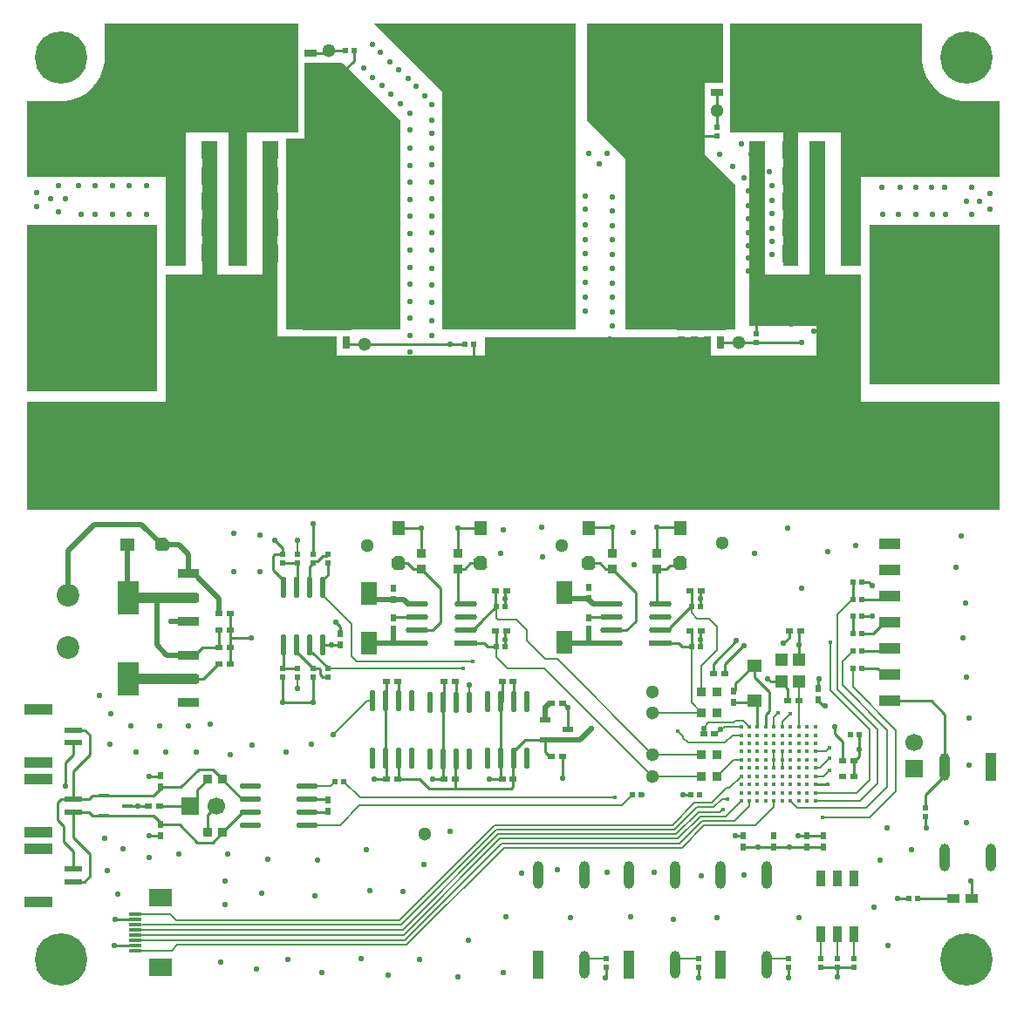
<source format=gtl>
G04*
G04 #@! TF.GenerationSoftware,Altium Limited,Altium Designer,22.0.2 (36)*
G04*
G04 Layer_Physical_Order=1*
G04 Layer_Color=255*
%FSLAX25Y25*%
%MOIN*%
G70*
G04*
G04 #@! TF.SameCoordinates,8DF314AF-FFA0-4F09-AA67-4057F65CF364*
G04*
G04*
G04 #@! TF.FilePolarity,Positive*
G04*
G01*
G75*
%ADD14C,0.01000*%
%ADD18R,0.07874X0.03937*%
%ADD19O,0.08051X0.02315*%
%ADD20O,0.02315X0.08051*%
%ADD21R,0.02126X0.02227*%
%ADD22R,0.02126X0.03111*%
%ADD23R,0.04085X0.02095*%
%ADD24R,0.03111X0.02126*%
%ADD25C,0.01575*%
%ADD26R,0.05512X0.04724*%
%ADD27R,0.05118X0.01181*%
%ADD28R,0.08661X0.07087*%
%ADD29R,0.02227X0.02126*%
%ADD30R,0.03543X0.05906*%
%ADD31R,0.04724X0.05118*%
%ADD32R,0.05000X0.03500*%
%ADD33R,0.03175X0.03402*%
%ADD34O,0.03937X0.10630*%
%ADD35R,0.03937X0.10630*%
%ADD36R,0.03937X0.01772*%
%ADD37R,0.11024X0.03937*%
%ADD38R,0.06693X0.02362*%
G04:AMPARAMS|DCode=39|XSize=55mil|YSize=50mil|CornerRadius=0mil|HoleSize=0mil|Usage=FLASHONLY|Rotation=270.000|XOffset=0mil|YOffset=0mil|HoleType=Round|Shape=Octagon|*
%AMOCTAGOND39*
4,1,8,-0.01250,-0.02750,0.01250,-0.02750,0.02500,-0.01500,0.02500,0.01500,0.01250,0.02750,-0.01250,0.02750,-0.02500,0.01500,-0.02500,-0.01500,-0.01250,-0.02750,0.0*
%
%ADD39OCTAGOND39*%

%ADD40R,0.05000X0.05500*%
%ADD41R,0.03402X0.03175*%
%ADD42R,0.06272X0.08602*%
%ADD43R,0.08559X0.02292*%
G04:AMPARAMS|DCode=44|XSize=85.59mil|YSize=22.92mil|CornerRadius=11.46mil|HoleSize=0mil|Usage=FLASHONLY|Rotation=180.000|XOffset=0mil|YOffset=0mil|HoleType=Round|Shape=RoundedRectangle|*
%AMROUNDEDRECTD44*
21,1,0.08559,0.00000,0,0,180.0*
21,1,0.06267,0.02292,0,0,180.0*
1,1,0.02292,-0.03134,0.00000*
1,1,0.02292,0.03134,0.00000*
1,1,0.02292,0.03134,0.00000*
1,1,0.02292,-0.03134,0.00000*
%
%ADD44ROUNDEDRECTD44*%
%ADD45R,0.05500X0.05000*%
G04:AMPARAMS|DCode=46|XSize=55mil|YSize=50mil|CornerRadius=0mil|HoleSize=0mil|Usage=FLASHONLY|Rotation=0.000|XOffset=0mil|YOffset=0mil|HoleType=Round|Shape=Octagon|*
%AMOCTAGOND46*
4,1,8,0.02750,-0.01250,0.02750,0.01250,0.01500,0.02500,-0.01500,0.02500,-0.02750,0.01250,-0.02750,-0.01250,-0.01500,-0.02500,0.01500,-0.02500,0.02750,-0.01250,0.0*
%
%ADD46OCTAGOND46*%

%ADD47R,0.08465X0.12795*%
%ADD48R,0.08465X0.03740*%
%ADD49R,0.02559X0.04724*%
%ADD50R,0.04724X0.02559*%
%ADD51R,0.05847X0.06803*%
%ADD52R,0.05049X0.13606*%
%ADD53R,0.13606X0.05049*%
%ADD91C,0.00700*%
%ADD92C,0.02000*%
%ADD93C,0.02003*%
%ADD94C,0.05118*%
%ADD95C,0.06693*%
%ADD96R,0.06693X0.06693*%
%ADD97R,0.06693X0.06693*%
%ADD98C,0.08661*%
%ADD99C,0.11811*%
%ADD100C,0.20000*%
%ADD101C,0.02165*%
%ADD102C,0.01772*%
G36*
X1258500Y1026000D02*
X1258535Y1024921D01*
X1258817Y1022781D01*
X1259376Y1020696D01*
X1260202Y1018702D01*
X1261281Y1016833D01*
X1262595Y1015121D01*
X1264121Y1013595D01*
X1265833Y1012281D01*
X1267702Y1011202D01*
X1269696Y1010376D01*
X1271781Y1009817D01*
X1273921Y1009535D01*
X1275000Y1009500D01*
X1288000D01*
Y980500D01*
X1235000D01*
Y946500D01*
X1227500D01*
Y997500D01*
X1211000D01*
Y946500D01*
X1205500D01*
Y997500D01*
X1185000D01*
Y1039000D01*
X1258500D01*
Y1026000D01*
D02*
G37*
G36*
X1019937Y1029634D02*
Y1011130D01*
Y997500D01*
X1000500D01*
Y946500D01*
X993500D01*
Y997500D01*
X977000D01*
Y946500D01*
X969500D01*
Y980500D01*
X916500D01*
Y1009500D01*
X929500D01*
X930579Y1009535D01*
X932719Y1009817D01*
X934804Y1010376D01*
X936798Y1011202D01*
X938667Y1012281D01*
X940379Y1013595D01*
X941905Y1015121D01*
X943219Y1016833D01*
X944298Y1018702D01*
X945124Y1020696D01*
X945683Y1022781D01*
X945965Y1024921D01*
X946000Y1026000D01*
X946000Y1039000D01*
X1019937D01*
Y1029634D01*
D02*
G37*
G36*
X1221500Y943000D02*
X1235000D01*
Y894500D01*
X1288000D01*
Y853000D01*
X916500D01*
Y894500D01*
X969500D01*
Y943000D01*
X983500D01*
Y994000D01*
X989000D01*
Y943000D01*
X1006500D01*
Y994000D01*
X1012000D01*
Y919366D01*
X1034846D01*
Y912000D01*
X1091500D01*
Y919266D01*
X1177721D01*
X1177721Y919265D01*
Y912000D01*
X1218000D01*
Y923500D01*
X1192500D01*
Y994000D01*
X1198500D01*
Y943000D01*
X1215500D01*
Y994000D01*
X1221500D01*
Y943000D01*
D02*
G37*
G36*
X1126000Y922000D02*
X1075000D01*
Y1013000D01*
X1049000Y1039000D01*
X1126000D01*
Y922000D01*
D02*
G37*
G36*
X1182500Y1016500D02*
X1175500D01*
X1175500Y989000D01*
X1187018Y977481D01*
X1186987Y922000D01*
X1183252D01*
Y921921D01*
X1164748D01*
Y922000D01*
X1145000D01*
Y987500D01*
X1130500Y1002000D01*
Y1016500D01*
Y1039000D01*
X1182500D01*
Y1016500D01*
D02*
G37*
G36*
X1058985Y1002015D02*
X1059013Y922000D01*
X1040252D01*
Y921921D01*
X1021748D01*
Y922000D01*
X1015500D01*
Y995000D01*
X1022500D01*
Y1024203D01*
X1036797D01*
X1058985Y1002015D01*
D02*
G37*
G36*
X1288000Y901000D02*
X1238500D01*
Y962000D01*
X1288000D01*
Y901000D01*
D02*
G37*
G36*
X966000Y898500D02*
X916500D01*
Y962000D01*
X966000D01*
Y898500D01*
D02*
G37*
G36*
X981500Y817500D02*
X958500D01*
X957500Y818500D01*
Y821500D01*
X981500D01*
Y817500D01*
D02*
G37*
G36*
Y786472D02*
X958500D01*
X957500Y787472D01*
Y790472D01*
X981500D01*
Y786472D01*
D02*
G37*
D14*
X1102563Y758085D02*
G03*
X1102209Y757731I0J-354D01*
G01*
X1058146Y750180D02*
G03*
X1058500Y750534I0J354D01*
G01*
X1080532Y758085D02*
G03*
X1080177Y757731I0J-354D01*
G01*
X1025107Y798465D02*
X1025561D01*
X1031358Y792618D02*
Y792668D01*
X1025561Y798465D02*
X1031358Y792668D01*
X1024500Y799073D02*
X1025107Y798465D01*
X1024500Y799073D02*
Y801585D01*
X1032750D02*
X1036000D01*
X1029500D02*
X1032750D01*
X1036000D02*
X1036000Y801585D01*
X1031357Y828184D02*
Y832689D01*
X1029500Y826326D02*
X1031357Y828184D01*
X1029500Y823415D02*
Y826326D01*
X1029459Y835483D02*
X1030795D01*
X1026140Y833302D02*
X1027278D01*
X1029459Y835483D01*
X1025578Y832638D02*
Y832739D01*
X1026140Y833302D01*
X1030795Y835483D02*
X1031357Y836046D01*
Y836097D01*
X1024500Y831561D02*
X1025578Y832638D01*
X1024500Y823415D02*
Y831561D01*
X1019649Y823564D02*
Y832540D01*
X1019797Y832689D01*
X1019500Y823415D02*
X1019649Y823564D01*
X1014017Y832689D02*
X1019797D01*
X1028495Y790005D02*
X1029290Y789210D01*
X1025679Y792567D02*
X1027909D01*
X1028495Y791982D01*
Y790005D02*
Y791982D01*
X1029290Y789210D02*
X1031358D01*
X1019500Y798746D02*
X1025679Y792567D01*
X1019500Y798746D02*
Y801585D01*
X1014017Y792618D02*
X1019797D01*
X1014259Y792859D02*
Y801344D01*
X1014017Y792618D02*
X1014259Y792859D01*
Y801344D02*
X1014500Y801585D01*
X1234500Y758766D02*
Y761500D01*
X978071Y810500D02*
Y810529D01*
X980433Y828639D02*
X982500Y826573D01*
X1178708Y790500D02*
Y794208D01*
X1187500Y803000D01*
X1183000Y793997D02*
X1188365Y799363D01*
X1183000Y790500D02*
Y793997D01*
X1188365Y799363D02*
X1188548D01*
X1190185Y801000D02*
X1190500D01*
X1188548Y799363D02*
X1190185Y801000D01*
X978071Y788556D02*
X983803D01*
X1211500Y801500D02*
Y806322D01*
Y795787D02*
Y801500D01*
X1211347Y795634D02*
X1211500Y795787D01*
Y806322D02*
X1212040Y806862D01*
X1204653Y787169D02*
X1207208Y784615D01*
X1204653Y787169D02*
Y787366D01*
X1207208Y780000D02*
Y784615D01*
X1238064Y825436D02*
X1239500Y824000D01*
X1235408Y825436D02*
X1238064D01*
X1234500Y761500D02*
Y767000D01*
X1201792Y724208D02*
X1220658D01*
X1195893D02*
X1201792D01*
X1189995D02*
X1195893D01*
X1173660Y818972D02*
Y821767D01*
Y816178D02*
Y818972D01*
Y803573D02*
Y806387D01*
Y800759D02*
Y803573D01*
X1099150Y818972D02*
Y821767D01*
Y816178D02*
Y818972D01*
Y803573D02*
Y806387D01*
Y800759D02*
Y803573D01*
X1097917Y779915D02*
Y787608D01*
X1097563Y750180D02*
Y758085D01*
X1075886Y779915D02*
Y787608D01*
X1075532Y750180D02*
Y758085D01*
X1053854Y779915D02*
Y787608D01*
Y750180D02*
Y758085D01*
X994137Y804000D02*
Y813543D01*
X958708Y739943D02*
X962716D01*
X954701D02*
X958708D01*
X1235408Y812327D02*
X1239500D01*
X1205500Y802000D02*
X1207748Y804248D01*
Y806862D01*
X1200634Y787366D02*
X1204653D01*
X1199500Y788500D02*
X1200634Y787366D01*
X1220871Y778000D02*
X1221500D01*
X1218871Y780000D02*
Y780492D01*
Y780000D02*
X1220871Y778000D01*
X1218871Y788371D02*
X1219000Y788500D01*
X1218871Y784784D02*
Y788371D01*
X1249013Y704487D02*
X1249026Y704474D01*
X1249000Y704500D02*
X1249013Y704487D01*
X1225000Y767500D02*
Y770000D01*
Y767500D02*
X1228000Y764500D01*
Y757050D02*
Y764500D01*
X1232784Y757050D02*
X1234500Y758766D01*
X1232292Y757050D02*
X1232784D01*
X1232292Y751000D02*
Y757050D01*
X1232292Y757050D01*
X1211000Y728500D02*
X1214500D01*
X1220658D01*
X1187000Y728500D02*
X1189995D01*
X1187000Y728500D02*
X1187000Y728500D01*
X1220658Y724208D02*
X1220658Y724208D01*
X1167000Y744000D02*
X1170092D01*
X967180Y751000D02*
X967500Y751320D01*
X963000Y751000D02*
X967180D01*
X963000Y728500D02*
X967437D01*
X967500Y728563D01*
X1259900Y731600D02*
Y735796D01*
Y731600D02*
X1260000Y731500D01*
X1277000Y711000D02*
X1277252Y710747D01*
Y704500D02*
Y710747D01*
X1256668Y704474D02*
X1270227D01*
X1270252Y704500D01*
X1249026Y704474D02*
X1253261D01*
X1226000Y674500D02*
Y678029D01*
X1232300D01*
X1219700D02*
X1226000D01*
X1207424Y674076D02*
X1207500Y674000D01*
X1207348Y678029D02*
X1207424Y677953D01*
Y674076D02*
Y677953D01*
X1137500Y674000D02*
X1137624Y674124D01*
Y677905D02*
X1137748Y678029D01*
X1137624Y674124D02*
Y677905D01*
X1172987Y674013D02*
X1173000Y674000D01*
X1172975Y678029D02*
X1172987Y678017D01*
Y674013D02*
Y678017D01*
X949500Y686500D02*
X949579Y686579D01*
X957669D01*
X950079Y696421D02*
X957669D01*
X950000Y696500D02*
X950079Y696421D01*
X967967Y839676D02*
X968217D01*
X1011000Y841500D02*
X1014017Y838483D01*
Y836097D02*
Y838483D01*
X1025500Y848000D02*
X1025578Y847923D01*
Y836097D02*
Y847923D01*
X1010500Y835500D02*
X1011097Y836097D01*
X1014017D01*
X1010500Y830000D02*
Y835500D01*
X1014500Y823415D02*
Y826000D01*
X1010500Y830000D02*
X1014500Y826000D01*
X1034500Y810000D02*
X1036000Y808500D01*
Y805877D02*
Y808500D01*
X1102563Y779915D02*
Y787254D01*
X1102209Y787608D02*
X1102563Y787254D01*
X1080177Y787608D02*
X1080532Y787254D01*
Y779915D02*
Y787254D01*
X1058146Y787608D02*
X1058500Y787254D01*
Y779915D02*
Y787254D01*
X1049180Y750180D02*
X1053854D01*
X1049000Y750000D02*
X1049180Y750180D01*
X1071500Y750000D02*
X1071590Y750090D01*
X1075796D02*
X1075886Y750180D01*
X1071590Y750090D02*
X1075796D01*
X1070000Y746500D02*
X1080000D01*
X1058146Y750180D02*
X1058500D01*
X1066320D02*
X1070000Y746500D01*
X1058500Y750180D02*
X1066320D01*
X1097563D02*
X1097917D01*
X1093180D02*
X1097563D01*
X1093000Y750000D02*
X1093180Y750180D01*
X1123158Y769000D02*
Y777572D01*
X1121460Y779270D02*
X1123158Y777572D01*
X1120967Y779270D02*
X1121460D01*
X1120967Y750533D02*
Y758721D01*
Y750533D02*
X1121000Y750500D01*
X1102209Y750180D02*
Y757731D01*
X1102563Y758085D02*
Y760953D01*
X1106870Y765260D01*
X1114485D01*
X1080177Y750180D02*
Y757731D01*
X1080000Y746500D02*
X1101500D01*
X1080000D02*
X1080177Y746677D01*
Y750180D01*
X1101500Y746500D02*
X1102209Y747209D01*
Y750180D01*
X1058500Y750534D02*
Y758085D01*
X1053500D02*
Y779915D01*
X1053854D01*
X1053500Y758085D02*
X1053854D01*
X1097563Y758085D02*
Y779915D01*
X1097917D01*
X1075532Y779915D02*
X1075886D01*
X1075532Y758085D02*
Y779915D01*
X1025578Y779500D02*
Y789210D01*
X1014017Y779500D02*
X1025578D01*
X1014017D02*
Y789210D01*
X994137Y804000D02*
X1002000D01*
X994137Y800611D02*
Y804000D01*
Y794145D02*
Y800611D01*
X1116183Y779270D02*
X1116676D01*
X934000Y983093D02*
Y991000D01*
X935500Y952500D02*
Y958949D01*
X1217650Y748000D02*
X1222500D01*
X1217598Y748051D02*
X1217650Y748000D01*
X1198701Y770098D02*
Y774701D01*
X1200000Y776000D01*
X1194318Y789182D02*
X1200000Y783500D01*
Y776000D02*
Y783500D01*
X1194318Y789182D02*
Y793612D01*
X1186500Y783646D02*
X1187014Y784160D01*
Y786701D01*
X1193924Y793612D01*
X1194318D01*
Y780226D02*
X1195551Y778993D01*
Y770098D02*
Y778993D01*
X1186500Y779354D02*
X1193446D01*
X1194318Y780226D01*
X1114485Y760419D02*
Y765260D01*
Y760419D02*
X1116183Y758721D01*
X1116676D01*
X1198701Y770098D02*
X1198811Y770208D01*
X1090564Y810780D02*
Y811000D01*
X1086784Y807000D02*
X1090564Y810780D01*
X1095691Y816178D02*
X1095742D01*
X1090564Y811000D02*
X1095128Y815564D01*
Y815615D01*
X1095691Y816178D01*
X1084000Y807000D02*
X1086784D01*
X1095300Y816178D02*
Y822209D01*
X1162205Y807911D02*
Y808181D01*
X1161294Y807000D02*
X1162205Y807911D01*
X1158510Y807000D02*
X1161294D01*
X1162205Y808181D02*
X1170202Y816178D01*
X1267183Y751476D02*
Y754823D01*
X1259900Y739204D02*
Y744193D01*
X1267183Y751476D01*
Y754823D02*
Y774817D01*
X1262000Y780000D02*
X1267183Y774817D01*
X1246000Y780000D02*
X1262000D01*
X1232000Y805718D02*
Y812327D01*
Y818935D02*
Y825436D01*
X1244935Y818935D02*
X1246000Y820000D01*
X1235408Y818935D02*
X1244935D01*
X1239749Y805718D02*
X1244032Y810000D01*
X1246000D01*
X1235408Y805718D02*
X1239749D01*
X1245109Y799109D02*
X1246000Y800000D01*
X1235408Y799109D02*
X1245109D01*
X1241531Y792500D02*
X1244032Y790000D01*
X1246000D01*
X1235408Y792500D02*
X1241531D01*
X931000Y747500D02*
Y756500D01*
X934095Y759594D02*
Y764039D01*
X931000Y756500D02*
X934095Y759594D01*
X928000Y734500D02*
Y741000D01*
Y734500D02*
X930500Y732000D01*
X928000Y741000D02*
X929404Y742404D01*
X934095D01*
X930500Y726000D02*
Y732000D01*
X934095Y715848D02*
Y722405D01*
X930500Y726000D02*
X934095Y722405D01*
X938539Y768961D02*
X940500Y767000D01*
X934095Y753094D02*
X940500Y759500D01*
Y767000D01*
X934095Y768961D02*
X938539D01*
X938426Y710926D02*
X940500Y713000D01*
X934095Y727906D02*
X940500Y721500D01*
Y713000D02*
Y721500D01*
X934095Y710926D02*
X938426D01*
X934095Y727906D02*
Y737482D01*
Y742404D02*
Y753094D01*
Y742404D02*
X940176D01*
X941455Y743683D02*
X945772D01*
X940176Y742404D02*
X941455Y743683D01*
X934095Y737482D02*
X940176D01*
X941455Y736203D02*
X945772D01*
X940176Y737482D02*
X941455Y736203D01*
X1031176Y737443D02*
X1031530Y737797D01*
X1023415Y737443D02*
X1031176D01*
X1023415Y742443D02*
X1031176D01*
X1031530Y742089D01*
X991193Y750075D02*
Y750188D01*
Y749962D02*
Y750075D01*
X987438Y753943D02*
X991193Y750188D01*
X975085Y747029D02*
X982000Y753943D01*
X987438D01*
X967500Y747029D02*
X975085D01*
X991193Y729823D02*
Y729936D01*
Y729710D02*
Y729823D01*
X987427Y725943D02*
X991193Y729710D01*
X981500Y725943D02*
X987427D01*
X974588Y732855D02*
X981500Y725943D01*
X967500Y732855D02*
X974588D01*
X967500Y746536D02*
Y747029D01*
X945772Y743683D02*
X964647D01*
X967500Y746536D01*
X964644Y736203D02*
X967500Y733347D01*
Y732855D02*
Y733347D01*
X945772Y736203D02*
X964644D01*
X967008Y739943D02*
X978587D01*
X985262Y736618D02*
X988587Y739943D01*
X985262Y729823D02*
Y736618D01*
X981433Y746133D02*
X985262Y749962D01*
X981433Y742790D02*
Y746133D01*
X978587Y739943D02*
X981433Y742790D01*
X985262Y749962D02*
Y750075D01*
X998700Y737443D02*
X1001585D01*
X991193Y729936D02*
X998700Y737443D01*
X998711Y742443D02*
X1001585D01*
X991193Y749962D02*
X998711Y742443D01*
X1173660Y806387D02*
X1174102Y806829D01*
X1173660Y821767D02*
X1174102Y822209D01*
X1099150Y806387D02*
X1099592Y806829D01*
X1099150Y821767D02*
X1099592Y822209D01*
X1170252Y816178D02*
Y821767D01*
X1169810Y822209D02*
X1170252Y821767D01*
X1170202Y816178D02*
X1170252D01*
X1095300Y816178D02*
X1095691D01*
X1170252Y800759D02*
Y806387D01*
X1169810Y806829D02*
X1170252Y806387D01*
X1158510Y802000D02*
X1165500D01*
X1166741Y800759D02*
X1170252D01*
X1165500Y802000D02*
X1166741Y800759D01*
X1095300Y806829D02*
X1095742Y806387D01*
Y800759D02*
Y806387D01*
X1091115Y802000D02*
X1092356Y800759D01*
X1095742D01*
X1084000Y802000D02*
X1091115D01*
X1139880Y807000D02*
X1145500D01*
X1149000Y810500D01*
Y821569D01*
X1141201Y829368D02*
X1149000Y821569D01*
X1140000Y830569D02*
X1140113D01*
X1141201Y829482D01*
Y829368D02*
Y829482D01*
X1157656Y817000D02*
X1158510D01*
X1157059Y817597D02*
Y830569D01*
Y817597D02*
X1157656Y817000D01*
X1081000Y830569D02*
X1081046Y830615D01*
X1083615D01*
X1085732Y832732D01*
X1089802D01*
X1058345D02*
X1061769D01*
X1063931Y830569D02*
X1067113D01*
X1061769Y832732D02*
X1063931Y830569D01*
X1139954Y830615D02*
X1140000Y830569D01*
X1135269Y832731D02*
X1137385Y830615D01*
X1139954D01*
X1130978Y832731D02*
X1135269D01*
X1161961Y831732D02*
X1165205D01*
X1166205Y832732D01*
X1160798Y830569D02*
X1161961Y831732D01*
X1157059Y830569D02*
X1160798D01*
X1067000Y836500D02*
Y846000D01*
X1058576D02*
X1067000D01*
X1058345Y846231D02*
X1058576Y846000D01*
X1081000Y836500D02*
Y846000D01*
X1089570D02*
X1089802Y846231D01*
X1081000Y846000D02*
X1089570D01*
X1130978Y846231D02*
X1131246Y846500D01*
X1140000D01*
X1165937D02*
X1166205Y846231D01*
X1157000Y846500D02*
X1165937D01*
X1157000Y836559D02*
Y846500D01*
Y836559D02*
X1157059Y836500D01*
X1140000Y836500D02*
Y846500D01*
X1130917Y802000D02*
X1130978Y802060D01*
X1121599Y802356D02*
X1121955Y802000D01*
X1121599Y821589D02*
X1123945Y819243D01*
X1130978Y818750D02*
Y819243D01*
X1131332Y812000D02*
X1139880D01*
X1130978Y811646D02*
X1131332Y812000D01*
X1071500Y807000D02*
X1074500Y810000D01*
X1065370Y807000D02*
X1071500D01*
X1074500Y810000D02*
Y823069D01*
X1068201Y829368D02*
X1074500Y823069D01*
X1081000Y817597D02*
X1081597Y817000D01*
X1081000Y817597D02*
Y830569D01*
X1081597Y817000D02*
X1084000D01*
X1068201Y829368D02*
Y829482D01*
X1067113Y830569D02*
X1068201Y829482D01*
X1038500Y916500D02*
X1045500D01*
X1031740Y1028955D02*
X1037998D01*
X1030625Y1028879D02*
X1031243Y1028325D01*
X1024858Y1027882D02*
X1031740D01*
X1047089Y821285D02*
X1049435Y818939D01*
X1062236Y817000D02*
X1065370D01*
X1056822Y812000D02*
X1065370D01*
X1056468Y811646D02*
X1056822Y812000D01*
X1056256Y802000D02*
X1056468Y802212D01*
X1047089Y802053D02*
X1047142Y802000D01*
X1163000Y996000D02*
X1163030Y996030D01*
X1180147D02*
X1180177Y996061D01*
X1163030Y996030D02*
X1180147D01*
X988790Y793542D02*
Y793582D01*
X989353Y794145D02*
X989845D01*
X983803Y788556D02*
X988790Y793542D01*
Y793582D02*
X989353Y794145D01*
X983433Y800611D02*
X989845D01*
X980433Y797611D02*
X983433Y800611D01*
X989845Y800611D02*
X989845Y800611D01*
X989845Y800611D02*
Y807077D01*
X954717Y820104D02*
X955236Y819584D01*
X1087911Y910904D02*
X1088940D01*
X1089969Y909875D01*
X1087204Y911611D02*
X1087911Y910904D01*
X1089969Y909875D02*
X1090284D01*
X1087204Y911611D02*
Y916500D01*
X1041405Y1024905D02*
Y1028955D01*
X1035500Y1019000D02*
X1041405Y1024905D01*
X1180147Y1022882D02*
Y1027882D01*
Y1017882D02*
Y1022882D01*
X1195000Y917000D02*
X1212500D01*
X1188500D02*
X1195000D01*
X1078000Y916500D02*
X1083796D01*
X1045500D02*
X1078000D01*
X996861Y980896D02*
Y990771D01*
Y971021D02*
Y980896D01*
Y961147D02*
Y971021D01*
Y951272D02*
Y961147D01*
X973695Y980929D02*
Y990771D01*
Y971088D02*
Y980929D01*
Y961246D02*
Y971088D01*
Y951405D02*
Y961246D01*
X932000Y983093D02*
X934000D01*
X932000Y958949D02*
X935500D01*
X1195000Y920408D02*
Y925000D01*
X1180177Y999469D02*
Y1005800D01*
X1031740Y1028879D02*
Y1028955D01*
Y1027882D02*
Y1028879D01*
X1038500Y916500D02*
Y917000D01*
X1024858Y1027882D02*
X1025638Y1028661D01*
X1181500Y917000D02*
X1188500D01*
X1180147Y1012882D02*
X1180177Y1012852D01*
Y1005800D02*
Y1012852D01*
X1180147Y1012882D02*
X1180147D01*
D18*
X1246000Y780000D02*
D03*
Y790000D02*
D03*
Y800000D02*
D03*
Y810000D02*
D03*
Y820000D02*
D03*
Y830000D02*
D03*
Y840000D02*
D03*
D19*
X1001585Y747443D02*
D03*
Y742443D02*
D03*
Y737443D02*
D03*
Y732443D02*
D03*
X1023415Y747443D02*
D03*
Y742443D02*
D03*
Y737443D02*
D03*
Y732443D02*
D03*
D20*
X1014500Y801585D02*
D03*
X1019500D02*
D03*
X1024500D02*
D03*
X1029500D02*
D03*
X1014500Y823415D02*
D03*
X1019500D02*
D03*
X1024500D02*
D03*
X1029500D02*
D03*
X1107563Y779915D02*
D03*
X1102563D02*
D03*
X1097563D02*
D03*
X1092563D02*
D03*
X1107563Y758085D02*
D03*
X1102563D02*
D03*
X1097563D02*
D03*
X1092563D02*
D03*
X1085500Y779500D02*
D03*
X1080500D02*
D03*
X1075500D02*
D03*
X1070500D02*
D03*
X1085500Y757670D02*
D03*
X1080500D02*
D03*
X1075500D02*
D03*
X1070500D02*
D03*
X1063500Y780000D02*
D03*
X1058500D02*
D03*
X1053500D02*
D03*
X1048500D02*
D03*
X1063500Y758170D02*
D03*
X1058500D02*
D03*
X1053500D02*
D03*
X1048500D02*
D03*
D21*
X1014017Y792618D02*
D03*
Y789210D02*
D03*
X1014017Y832689D02*
D03*
Y836097D02*
D03*
X1019797Y792618D02*
D03*
Y789210D02*
D03*
X1019797Y836097D02*
D03*
Y832689D02*
D03*
X1025578Y792618D02*
D03*
Y789210D02*
D03*
X1025578Y836097D02*
D03*
Y832689D02*
D03*
X1031358Y792618D02*
D03*
Y789210D02*
D03*
X1031357Y832689D02*
D03*
Y836097D02*
D03*
X1259900Y735796D02*
D03*
Y739204D02*
D03*
X1207348Y681437D02*
D03*
Y678029D02*
D03*
X1172975Y681437D02*
D03*
Y678029D02*
D03*
X1137748Y681437D02*
D03*
Y678029D02*
D03*
X1232300D02*
D03*
Y681437D02*
D03*
X1226000D02*
D03*
Y678029D02*
D03*
X1219700Y681437D02*
D03*
Y678029D02*
D03*
X1195000Y920408D02*
D03*
Y917000D02*
D03*
X1180177Y999469D02*
D03*
Y996061D02*
D03*
D22*
X1036000Y805877D02*
D03*
Y801585D02*
D03*
X1186500Y783646D02*
D03*
Y779354D02*
D03*
X1218871Y780492D02*
D03*
Y784784D02*
D03*
X1189995Y728500D02*
D03*
Y724208D02*
D03*
X1220658Y728500D02*
D03*
Y724208D02*
D03*
X1214500D02*
D03*
Y728500D02*
D03*
X1201792Y724208D02*
D03*
Y728500D02*
D03*
X1031530Y737797D02*
D03*
Y742089D02*
D03*
X967500Y747029D02*
D03*
Y751320D02*
D03*
Y732855D02*
D03*
Y728563D02*
D03*
X1130978Y819243D02*
D03*
Y823534D02*
D03*
Y811646D02*
D03*
Y807354D02*
D03*
X1056468Y818939D02*
D03*
Y823231D02*
D03*
Y811646D02*
D03*
Y807354D02*
D03*
D23*
X1114485Y772740D02*
D03*
Y765260D02*
D03*
X1123158Y769000D02*
D03*
D24*
X1097917Y787608D02*
D03*
X1102209D02*
D03*
X1075886D02*
D03*
X1080177D02*
D03*
X1120967Y758721D02*
D03*
X1116676D02*
D03*
X1097917Y750180D02*
D03*
X1102209D02*
D03*
X1075886D02*
D03*
X1080177D02*
D03*
X1053854D02*
D03*
X1058146D02*
D03*
X1053854Y787608D02*
D03*
X1058146D02*
D03*
X1116676Y779270D02*
D03*
X1120967D02*
D03*
X1228000Y757050D02*
D03*
X1232292D02*
D03*
X1178708Y790500D02*
D03*
X1183000D02*
D03*
X1174938Y767340D02*
D03*
X1179230D02*
D03*
X1232292Y751000D02*
D03*
X1228000D02*
D03*
X1207748Y806862D02*
D03*
X1212040D02*
D03*
X1207208Y780000D02*
D03*
X1211500D02*
D03*
X967008Y739943D02*
D03*
X962716D02*
D03*
X1169810Y822209D02*
D03*
X1174102D02*
D03*
X1169810Y806829D02*
D03*
X1174102D02*
D03*
X1095300Y822209D02*
D03*
X1099592D02*
D03*
X1095300Y806829D02*
D03*
X1099592D02*
D03*
X994137Y794145D02*
D03*
X989845D02*
D03*
X994137Y800611D02*
D03*
X989845D02*
D03*
X994137Y813543D02*
D03*
X989845D02*
D03*
X994137Y807077D02*
D03*
X989845D02*
D03*
D25*
X1217598Y770098D02*
D03*
Y766949D02*
D03*
Y763799D02*
D03*
Y760650D02*
D03*
Y757500D02*
D03*
Y754350D02*
D03*
Y751201D02*
D03*
Y748051D02*
D03*
Y744902D02*
D03*
Y741752D02*
D03*
X1214449Y770098D02*
D03*
Y766949D02*
D03*
Y763799D02*
D03*
Y760650D02*
D03*
Y757500D02*
D03*
Y754350D02*
D03*
Y751201D02*
D03*
Y748051D02*
D03*
Y744902D02*
D03*
Y741752D02*
D03*
X1211299Y770098D02*
D03*
Y766949D02*
D03*
Y763799D02*
D03*
Y760650D02*
D03*
Y757500D02*
D03*
Y754350D02*
D03*
Y751201D02*
D03*
Y748051D02*
D03*
Y744902D02*
D03*
Y741752D02*
D03*
X1208150Y770098D02*
D03*
Y766949D02*
D03*
Y763799D02*
D03*
Y760650D02*
D03*
Y757500D02*
D03*
Y754350D02*
D03*
Y751201D02*
D03*
Y748051D02*
D03*
Y744902D02*
D03*
Y741752D02*
D03*
X1205000Y770098D02*
D03*
Y766949D02*
D03*
Y763799D02*
D03*
Y760650D02*
D03*
Y757500D02*
D03*
Y754350D02*
D03*
Y751201D02*
D03*
Y748051D02*
D03*
Y744902D02*
D03*
Y741752D02*
D03*
X1201850Y770098D02*
D03*
Y766949D02*
D03*
Y763799D02*
D03*
Y760650D02*
D03*
Y757500D02*
D03*
Y754350D02*
D03*
Y751201D02*
D03*
Y748051D02*
D03*
Y744902D02*
D03*
Y741752D02*
D03*
X1198701Y770098D02*
D03*
Y766949D02*
D03*
Y763799D02*
D03*
Y760650D02*
D03*
Y757500D02*
D03*
Y754350D02*
D03*
Y751201D02*
D03*
Y748051D02*
D03*
Y744902D02*
D03*
Y741752D02*
D03*
X1195551Y770098D02*
D03*
Y766949D02*
D03*
Y763799D02*
D03*
Y760650D02*
D03*
Y757500D02*
D03*
Y754350D02*
D03*
Y751201D02*
D03*
Y748051D02*
D03*
Y744902D02*
D03*
Y741752D02*
D03*
X1192402Y770098D02*
D03*
Y766949D02*
D03*
Y763799D02*
D03*
Y760650D02*
D03*
Y757500D02*
D03*
Y754350D02*
D03*
Y751201D02*
D03*
Y748051D02*
D03*
Y744902D02*
D03*
Y741752D02*
D03*
X1189252Y770098D02*
D03*
Y766949D02*
D03*
Y763799D02*
D03*
Y760650D02*
D03*
Y757500D02*
D03*
Y754350D02*
D03*
Y751201D02*
D03*
Y748051D02*
D03*
Y744902D02*
D03*
Y741752D02*
D03*
D26*
X1194318Y780226D02*
D03*
Y793612D02*
D03*
D27*
X957669Y698390D02*
D03*
Y684610D02*
D03*
Y686579D02*
D03*
Y688547D02*
D03*
Y690516D02*
D03*
Y692484D02*
D03*
Y694453D02*
D03*
Y696421D02*
D03*
D28*
X967500Y678114D02*
D03*
X967500Y704886D02*
D03*
D29*
X1170092Y744000D02*
D03*
X1173500D02*
D03*
X1234500Y767000D02*
D03*
X1231092D02*
D03*
X1151204Y744000D02*
D03*
X1147796D02*
D03*
X1037500Y749175D02*
D03*
X1034092D02*
D03*
X1253261Y704474D02*
D03*
X1256668D02*
D03*
X1235408Y812327D02*
D03*
X1232000D02*
D03*
X1235408Y825436D02*
D03*
X1232000D02*
D03*
X1235408Y818935D02*
D03*
X1232000D02*
D03*
X1235408Y805718D02*
D03*
X1232000D02*
D03*
X1235408Y799109D02*
D03*
X1232000D02*
D03*
X1235408Y792500D02*
D03*
X1232000D02*
D03*
X1173660Y816178D02*
D03*
X1170252D02*
D03*
X1173660Y800759D02*
D03*
X1170252D02*
D03*
X1099150Y816178D02*
D03*
X1095742D02*
D03*
X1099150Y800759D02*
D03*
X1095742D02*
D03*
X1087204Y916500D02*
D03*
X1083796D02*
D03*
X1041405Y1028955D02*
D03*
X1037998D02*
D03*
D30*
X1226000Y690700D02*
D03*
X1219700D02*
D03*
X1232300D02*
D03*
Y712000D02*
D03*
X1219700D02*
D03*
X1226000D02*
D03*
D31*
X1211347Y795634D02*
D03*
Y787366D02*
D03*
X1204653D02*
D03*
Y795634D02*
D03*
D32*
X1270252Y704500D02*
D03*
X1277252D02*
D03*
D33*
X1174119Y775449D02*
D03*
X1180050D02*
D03*
X1174119Y783412D02*
D03*
X1180050D02*
D03*
X1174119Y759563D02*
D03*
X1180050D02*
D03*
X1174119Y751166D02*
D03*
X1180050D02*
D03*
X985262Y750075D02*
D03*
X991193D02*
D03*
X985262Y729823D02*
D03*
X991193D02*
D03*
D34*
X1111722Y713617D02*
D03*
X1129439D02*
D03*
Y678972D02*
D03*
X1199007Y678972D02*
D03*
Y713617D02*
D03*
X1181291D02*
D03*
X1164223Y678972D02*
D03*
Y713617D02*
D03*
X1146507D02*
D03*
X1284900Y720177D02*
D03*
X1267183D02*
D03*
Y754823D02*
D03*
D35*
X1111722Y678972D02*
D03*
X1181291Y678972D02*
D03*
X1146507Y678972D02*
D03*
X1284900Y754823D02*
D03*
D36*
X945772Y743683D02*
D03*
Y736203D02*
D03*
X954701Y739943D02*
D03*
D37*
X920905Y723525D02*
D03*
Y703249D02*
D03*
Y750081D02*
D03*
Y729805D02*
D03*
X920905Y776638D02*
D03*
Y756362D02*
D03*
D38*
X934095Y715848D02*
D03*
Y710926D02*
D03*
Y742404D02*
D03*
Y737482D02*
D03*
X934095Y768961D02*
D03*
Y764039D02*
D03*
D39*
X1166205Y832732D02*
D03*
X1130978Y832731D02*
D03*
X1089802Y832732D02*
D03*
X1058345D02*
D03*
D40*
X1166205Y846231D02*
D03*
X1130978Y846231D02*
D03*
X1089802Y846231D02*
D03*
X1058345D02*
D03*
D41*
X1157059Y836500D02*
D03*
Y830569D02*
D03*
X1140000Y836500D02*
D03*
Y830569D02*
D03*
X1081000Y836500D02*
D03*
Y830569D02*
D03*
X1067000Y836500D02*
D03*
Y830569D02*
D03*
D42*
X1121599Y802356D02*
D03*
Y821589D02*
D03*
X1047089Y802053D02*
D03*
Y821285D02*
D03*
D43*
X1158510Y802000D02*
D03*
X1084000Y802000D02*
D03*
D44*
X1158510Y807000D02*
D03*
Y817000D02*
D03*
X1139880D02*
D03*
Y812000D02*
D03*
Y807000D02*
D03*
Y802000D02*
D03*
X1158510Y812000D02*
D03*
X1084000Y807000D02*
D03*
Y817000D02*
D03*
X1065370D02*
D03*
Y812000D02*
D03*
Y807000D02*
D03*
Y802000D02*
D03*
X1084000Y812000D02*
D03*
D45*
X954717Y839676D02*
D03*
D46*
X968217D02*
D03*
D47*
X955236Y819584D02*
D03*
Y788556D02*
D03*
D48*
X978071Y828639D02*
D03*
Y819584D02*
D03*
Y810529D02*
D03*
Y797611D02*
D03*
Y788556D02*
D03*
Y779501D02*
D03*
D49*
X1166100Y939122D02*
D03*
X1171400D02*
D03*
X1176600D02*
D03*
X1181900D02*
D03*
X1181500Y917000D02*
D03*
X1176500D02*
D03*
X1171500D02*
D03*
X1166500D02*
D03*
X1023100Y939122D02*
D03*
X1028400D02*
D03*
X1033600D02*
D03*
X1038900D02*
D03*
X1038500Y917000D02*
D03*
X1033500D02*
D03*
X1028500D02*
D03*
X1023500D02*
D03*
D50*
X1202269Y1028282D02*
D03*
Y1022982D02*
D03*
Y1017782D02*
D03*
Y1012482D02*
D03*
X1180147Y1012882D02*
D03*
Y1017882D02*
D03*
Y1022882D02*
D03*
Y1027882D02*
D03*
X1002736Y1012482D02*
D03*
Y1017782D02*
D03*
Y1022982D02*
D03*
Y1028282D02*
D03*
X1024858Y1027882D02*
D03*
Y1022882D02*
D03*
Y1017882D02*
D03*
Y1012882D02*
D03*
D51*
X1208014Y961147D02*
D03*
X1195475D02*
D03*
Y951272D02*
D03*
X1208014D02*
D03*
Y980896D02*
D03*
X1195475D02*
D03*
Y971021D02*
D03*
X1208014D02*
D03*
Y990771D02*
D03*
X1195475D02*
D03*
X1218507D02*
D03*
X1231047D02*
D03*
Y951272D02*
D03*
X1218507D02*
D03*
Y980896D02*
D03*
X1231047D02*
D03*
Y971021D02*
D03*
X1218507D02*
D03*
Y961147D02*
D03*
X1231047D02*
D03*
X986235Y990771D02*
D03*
X973695D02*
D03*
X986235Y980929D02*
D03*
X973695D02*
D03*
X986235Y971088D02*
D03*
X973695D02*
D03*
X986235Y961246D02*
D03*
X973695D02*
D03*
X1009401Y961147D02*
D03*
X996861D02*
D03*
X986235Y951405D02*
D03*
X973695D02*
D03*
X1009401Y951272D02*
D03*
X996861D02*
D03*
X1009401Y971021D02*
D03*
X996861D02*
D03*
X1009401Y980896D02*
D03*
X996861D02*
D03*
X1009401Y990771D02*
D03*
X996861D02*
D03*
D52*
X1147572Y979000D02*
D03*
X1123428D02*
D03*
D53*
X1272500Y958949D02*
D03*
Y983093D02*
D03*
X932000D02*
D03*
Y958949D02*
D03*
D91*
X1228000Y786000D02*
X1245035Y768964D01*
X1238350Y749805D02*
Y769150D01*
X1237000Y739000D02*
X1245035Y747036D01*
X1233447Y744902D02*
X1238350Y749805D01*
X1245035Y747036D02*
Y768964D01*
X1234752Y741752D02*
X1241500Y748500D01*
X1223500Y784000D02*
X1238350Y769150D01*
X1241500Y748500D02*
Y769000D01*
X1226000Y784500D02*
X1241500Y769000D01*
X1179722Y767340D02*
X1181382Y769000D01*
X1182995Y770098D02*
X1189252D01*
X1179230Y767340D02*
X1179722D01*
X1181896Y769000D02*
X1182995Y770098D01*
X1181382Y769000D02*
X1181896D01*
X1176798Y771798D02*
X1186298D01*
X1187000Y772500D01*
X1174938Y769938D02*
X1176798Y771798D01*
X1174119Y793619D02*
X1180000Y799500D01*
Y808500D01*
X1043725Y743000D02*
X1141000D01*
X1114000Y792500D02*
X1155500Y751000D01*
X1100000Y792500D02*
X1114000D01*
X1042500Y795000D02*
X1086899D01*
X1165000Y768500D02*
X1167103Y766397D01*
Y765898D02*
X1169000Y764000D01*
X1167103Y765898D02*
Y766397D01*
X1169000Y764000D02*
X1183000D01*
X1185949Y766949D02*
X1189252D01*
X1183000Y764000D02*
X1185949Y766949D01*
X1032310Y747443D02*
X1034041Y749175D01*
X1023415Y747443D02*
X1032310D01*
X1034041Y749175D02*
X1034092D01*
X1043500Y740000D02*
X1143796D01*
X1035943Y732443D02*
X1043500Y740000D01*
X1143796D02*
X1147796Y744000D01*
X1037550Y749175D02*
X1043725Y743000D01*
X1037525Y749175D02*
X1037550D01*
X1023415Y732443D02*
X1035943D01*
X1037500Y749175D02*
X1037525D01*
X1187000Y772500D02*
X1190000D01*
X1192402Y770098D01*
X1174938Y767340D02*
Y769938D01*
X1201850Y770098D02*
Y773850D01*
X1203500Y775500D01*
X1085532Y779915D02*
Y785968D01*
X1085500Y786000D02*
X1085532Y785968D01*
X1031358Y792618D02*
X1083000D01*
X1040500Y797000D02*
Y809547D01*
Y797000D02*
X1042500Y795000D01*
X1029500Y820547D02*
X1040500Y809547D01*
X1029500Y820547D02*
Y823415D01*
X1019780Y836114D02*
X1019797Y836097D01*
X1019780Y836114D02*
Y841469D01*
X1046500Y780000D02*
X1048500D01*
X1019679Y784727D02*
Y789092D01*
X1019797Y789210D01*
X1033500Y767000D02*
X1046500Y780000D01*
X1232300Y681437D02*
Y690700D01*
X1226000Y681437D02*
Y690700D01*
X1219700Y681437D02*
Y690700D01*
X1199007Y679457D02*
Y679942D01*
Y678972D02*
Y679457D01*
Y679942D02*
X1200502Y681437D01*
X1207348D01*
X1165718D02*
X1172975D01*
X1164223Y679942D02*
X1165718Y681437D01*
X1164223Y678972D02*
Y679942D01*
X1129439D02*
X1130934Y681437D01*
X1137748D01*
X1129439Y678972D02*
Y679942D01*
X1223500Y784000D02*
Y802500D01*
X1226000Y784500D02*
Y813000D01*
X1228000Y786000D02*
Y795109D01*
X1221650Y760650D02*
X1223000Y762000D01*
X1217598Y760650D02*
X1221650D01*
X1217598Y754350D02*
X1217684Y754436D01*
X1219436D01*
X1223000Y758000D01*
X1217598Y751201D02*
X1220701D01*
X1223000Y753500D01*
X1217598Y744902D02*
X1233447D01*
X1226000Y813000D02*
X1231968Y818968D01*
X1174119Y783412D02*
Y793619D01*
X973300Y696200D02*
X1058750D01*
X1095050Y732500D01*
X957669Y698390D02*
X971110D01*
X973300Y696200D01*
X960807Y694500D02*
X1059454D01*
X960276Y694481D02*
X960787D01*
X960807Y694500D01*
X1059454D02*
X1095754Y730800D01*
X957669Y684610D02*
X971610D01*
X973800Y686800D01*
X1060884Y688575D02*
X1097908Y725600D01*
X960164Y688575D02*
X1060884D01*
X973800Y686800D02*
X1061512Y686800D01*
X1098612Y723900D01*
X957669Y690516D02*
X1060420D01*
X1097204Y727300D01*
X957669Y692484D02*
X969516D01*
X969500Y692500D02*
X969516Y692484D01*
X1060000Y692500D02*
X1096500Y729000D01*
X969500Y692500D02*
X1060000Y692500D01*
X1095050Y732500D02*
X1163050Y732500D01*
X1097204Y727300D02*
X1165204Y727300D01*
X1095754Y730800D02*
X1163754Y730800D01*
X1097908Y725600D02*
X1165908Y725600D01*
X1098612Y723900D02*
X1166613Y723900D01*
X1096500Y729000D02*
X1164500Y729000D01*
X1163050Y732500D02*
X1171550Y741000D01*
X1165204Y727300D02*
X1173704Y735800D01*
X1163754Y730800D02*
X1172254Y739300D01*
X1165908Y725600D02*
X1174408Y734100D01*
X1166613Y723900D02*
X1175113Y732400D01*
X1164500Y729000D02*
X1173000Y737500D01*
X1151204Y744000D02*
X1151254D01*
X1171550Y741000D02*
X1178000D01*
X1183767Y746767D01*
X1184818D02*
X1189252Y751201D01*
X1183767Y746767D02*
X1184818D01*
X1182000Y742500D02*
X1184000D01*
X1178800Y739300D02*
X1182000Y742500D01*
X1186600Y734100D02*
X1192402Y739902D01*
X1174408Y734100D02*
X1186600D01*
X1172254Y739300D02*
X1178800D01*
X1181210Y737500D02*
X1182210Y738500D01*
X1194900Y732400D02*
X1201850Y739350D01*
X1175113Y732400D02*
X1194900D01*
X1183300Y735800D02*
X1189252Y741752D01*
X1173704Y735800D02*
X1183300D01*
X1173000Y737500D02*
X1181210D01*
X1182210Y738500D02*
X1182500D01*
X1192402Y739902D02*
Y741752D01*
X1201850Y739350D02*
Y741752D01*
X1228000Y795109D02*
X1232000Y799109D01*
Y785500D02*
Y792500D01*
Y785500D02*
X1248571Y768929D01*
Y745571D02*
Y768929D01*
X1095742Y796758D02*
X1100000Y792500D01*
X1155500Y751000D02*
X1173953D01*
X1107500Y803000D02*
X1114500Y796000D01*
X1119063D02*
X1155500Y759563D01*
X1114500Y796000D02*
X1119063D01*
X1095742Y796758D02*
Y800759D01*
X1095691Y811809D02*
X1096500Y811000D01*
X1095691Y811809D02*
Y816178D01*
X1096500Y811000D02*
X1103500D01*
X1107500Y807000D01*
Y803000D02*
Y807000D01*
X1173953Y751000D02*
X1174119Y751166D01*
X1155500Y759563D02*
X1174119D01*
X1155500Y775449D02*
X1174119D01*
Y775562D01*
X1170252Y779428D02*
X1174119Y775562D01*
X1170252Y779428D02*
Y800759D01*
Y813748D02*
X1172500Y811500D01*
X1170252Y813748D02*
Y816178D01*
X1172500Y811500D02*
X1177000D01*
X1180000Y808500D01*
X1180050Y751166D02*
Y751279D01*
X1186271Y757500D02*
X1189252D01*
X1180050Y751279D02*
X1186271Y757500D01*
X1220500Y735500D02*
X1238500D01*
X1248571Y745571D01*
X1210902Y739000D02*
X1237000D01*
X1217598Y741752D02*
X1234752D01*
X1208150D02*
X1210902Y739000D01*
X1205000Y770098D02*
Y772000D01*
X1208000Y775000D01*
X1206716Y780000D02*
X1207208D01*
X1211347Y780154D02*
X1211500Y780000D01*
X1211347Y780154D02*
Y787366D01*
X1211299Y779799D02*
X1211500Y780000D01*
X1211299Y770098D02*
Y779799D01*
X1205000Y754350D02*
Y757500D01*
Y760650D01*
X1201850Y757500D02*
Y760650D01*
Y754350D02*
Y757500D01*
D92*
X971500Y810500D02*
X978071D01*
X974325Y839676D02*
X978000Y836000D01*
X982464Y826536D02*
X985500Y823500D01*
X978000Y829510D02*
X978907Y828603D01*
X982500Y826573D02*
X985536Y823536D01*
X980433Y828639D02*
X982500Y826573D01*
X978907Y828603D02*
X980397D01*
X978000Y829510D02*
Y836000D01*
X985536Y823536D02*
X989845Y819228D01*
X942000Y847500D02*
X960142D01*
X967967Y839676D01*
X932000Y837500D02*
X942000Y847500D01*
X932000Y820561D02*
Y837500D01*
X1114485Y777572D02*
X1116183Y779270D01*
X1114485Y772740D02*
Y777572D01*
X966000Y801500D02*
Y819500D01*
X1114485Y765260D02*
X1127760D01*
X1132000Y769500D01*
X1130917Y802000D02*
X1139880D01*
X1121955D02*
X1130917D01*
X1130978Y802060D02*
Y807354D01*
X1123945Y819243D02*
X1130978D01*
Y818750D02*
X1132728Y817000D01*
X1139880D01*
X1056256Y802000D02*
X1065370D01*
X1047142D02*
X1056256D01*
X1056468Y802212D02*
Y807354D01*
X969889Y797611D02*
X980433D01*
X966000Y801500D02*
X969889Y797611D01*
X954717Y820104D02*
Y839676D01*
X968217D02*
X974325D01*
X989845Y813543D02*
Y819228D01*
D93*
X1049435Y818939D02*
X1056468D01*
X1060297D01*
X1062236Y817000D01*
D94*
X972500Y1029500D02*
D03*
X1239000Y1030000D02*
D03*
X953000Y942500D02*
D03*
X1068500Y729000D02*
D03*
X1095000Y882500D02*
D03*
X1182000Y840500D02*
D03*
X1155500Y751000D02*
D03*
Y759563D02*
D03*
Y775449D02*
D03*
Y783412D02*
D03*
X1120861Y839482D02*
D03*
X1046316Y839574D02*
D03*
X1045500Y916500D02*
D03*
X1188500Y917000D02*
D03*
X1253000Y950000D02*
D03*
X1180177Y1005800D02*
D03*
X1031740Y1028879D02*
D03*
D95*
X1255500Y764000D02*
D03*
X988587Y739943D02*
D03*
D96*
X1255500Y754000D02*
D03*
D97*
X978587Y739943D02*
D03*
D98*
X932000Y800561D02*
D03*
Y820561D02*
D03*
Y906500D02*
D03*
Y926500D02*
D03*
X1272500Y929000D02*
D03*
Y909000D02*
D03*
X932000Y866500D02*
D03*
Y886500D02*
D03*
X1272500Y889000D02*
D03*
Y869000D02*
D03*
D99*
X1094000Y985500D02*
D03*
X1035000D02*
D03*
Y973500D02*
D03*
X1094000D02*
D03*
D100*
X1275500Y1026000D02*
D03*
X929500D02*
D03*
Y681000D02*
D03*
X1275500D02*
D03*
D101*
X1246000Y840000D02*
D03*
X1015500Y760500D02*
D03*
X1234500Y761500D02*
D03*
X995500Y829500D02*
D03*
Y844000D02*
D03*
X1005500Y843500D02*
D03*
Y829500D02*
D03*
X1113000Y846500D02*
D03*
X1113500Y835000D02*
D03*
X1097500Y836500D02*
D03*
X1098500Y845500D02*
D03*
X1148000Y844500D02*
D03*
X1148500Y832000D02*
D03*
X1212500Y823000D02*
D03*
X1222500Y837000D02*
D03*
X1194500Y836500D02*
D03*
X1207000Y846000D02*
D03*
X1233000Y839500D02*
D03*
X1273500Y843000D02*
D03*
X1271500Y831000D02*
D03*
X1275000Y817500D02*
D03*
X1274000Y804000D02*
D03*
X1275500Y789000D02*
D03*
X1276500Y773500D02*
D03*
X1275500Y733500D02*
D03*
X1276500Y755500D02*
D03*
X1245000Y731500D02*
D03*
X1254500Y723000D02*
D03*
X1242500Y719000D02*
D03*
X1245500Y686500D02*
D03*
X1240000Y701000D02*
D03*
X1211500Y697000D02*
D03*
X1190500Y713500D02*
D03*
X1156000Y714500D02*
D03*
X1174000Y713000D02*
D03*
X1180000Y697000D02*
D03*
X1163500Y696500D02*
D03*
X1147000Y697500D02*
D03*
X1124000Y697000D02*
D03*
X1138000Y714500D02*
D03*
X1119000Y715500D02*
D03*
X1105500Y714000D02*
D03*
X1078000Y730000D02*
D03*
X1060000Y707000D02*
D03*
X1068000Y717500D02*
D03*
X1046000Y723000D02*
D03*
X1047500Y707500D02*
D03*
X1026500Y705500D02*
D03*
X1027500Y719000D02*
D03*
X1008500Y719500D02*
D03*
X1006000Y706500D02*
D03*
X1099500Y697500D02*
D03*
X1098500Y676000D02*
D03*
X1085000Y688500D02*
D03*
X1081000Y674500D02*
D03*
X1066500Y681000D02*
D03*
X1054500Y675000D02*
D03*
X1044000Y681500D02*
D03*
X1029000Y676000D02*
D03*
X1016000Y681000D02*
D03*
X1004000Y677500D02*
D03*
X990500Y680000D02*
D03*
X992000Y702000D02*
D03*
Y711000D02*
D03*
X993000Y721500D02*
D03*
X974500D02*
D03*
X963000Y720000D02*
D03*
X951000Y706000D02*
D03*
X947000Y715000D02*
D03*
X953000Y723500D02*
D03*
X946000Y727500D02*
D03*
X1025000Y763500D02*
D03*
X1002500Y763000D02*
D03*
X994000Y759500D02*
D03*
X981000Y760500D02*
D03*
X969500D02*
D03*
X958000D02*
D03*
X948000Y763500D02*
D03*
X986500Y771000D02*
D03*
X978000Y770500D02*
D03*
X967000D02*
D03*
X956000D02*
D03*
X948500Y775000D02*
D03*
X944000Y782000D02*
D03*
X971500Y810500D02*
D03*
X985500Y823500D02*
D03*
X1194500Y793500D02*
D03*
X1175000Y769500D02*
D03*
X1181500Y769000D02*
D03*
X1190500Y801000D02*
D03*
X1187500Y803000D02*
D03*
X1211500Y801500D02*
D03*
X1239500Y824000D02*
D03*
Y812327D02*
D03*
X1205500Y802000D02*
D03*
X1199500Y788500D02*
D03*
X1221500Y778000D02*
D03*
X1219000Y788500D02*
D03*
X1225000Y770000D02*
D03*
X1211000Y728500D02*
D03*
X1187000D02*
D03*
X1207903Y724219D02*
D03*
X1195893Y724208D02*
D03*
X1167000Y744000D02*
D03*
X1151254D02*
D03*
X978071Y779501D02*
D03*
X1065500Y817000D02*
D03*
X1121599Y821589D02*
D03*
X1047089Y821285D02*
D03*
X1023415Y737443D02*
D03*
Y742443D02*
D03*
X963000Y751000D02*
D03*
Y728500D02*
D03*
X1246000Y780000D02*
D03*
X1284900Y754823D02*
D03*
X1260000Y731500D02*
D03*
X1277000Y711000D02*
D03*
X1249013Y704487D02*
D03*
X1226000Y674500D02*
D03*
X1207500Y674000D02*
D03*
X1137500D02*
D03*
X1173000D02*
D03*
X1181291Y678972D02*
D03*
X1146507Y678972D02*
D03*
X1111722D02*
D03*
X949579Y686579D02*
D03*
X950000Y696500D02*
D03*
X1011000Y841500D02*
D03*
X1025578Y847923D02*
D03*
X1034500Y810000D02*
D03*
X1032750Y801585D02*
D03*
X1049000Y750000D02*
D03*
X1071500D02*
D03*
X1093180Y750180D02*
D03*
X1123158Y777572D02*
D03*
X1121000Y750500D02*
D03*
X1102563Y779915D02*
D03*
X1080532Y779915D02*
D03*
X1058500D02*
D03*
X1025578Y779500D02*
D03*
X1014017D02*
D03*
X1002000Y804000D02*
D03*
X955000Y784500D02*
D03*
Y792500D02*
D03*
X978500Y788500D02*
D03*
X970500D02*
D03*
X962500D02*
D03*
X955000D02*
D03*
X1246000Y830000D02*
D03*
X1114517Y777540D02*
D03*
X970032Y819468D02*
D03*
X966032D02*
D03*
X1132000Y769500D02*
D03*
X1107563Y779915D02*
D03*
X1085532Y785968D02*
D03*
X1063500Y779915D02*
D03*
X1019780Y841469D02*
D03*
X1019679Y784727D02*
D03*
X1092500Y759500D02*
D03*
Y778000D02*
D03*
X1070500Y758000D02*
D03*
Y779500D02*
D03*
X1033500Y767000D02*
D03*
X1048500Y758000D02*
D03*
Y780000D02*
D03*
X1199007Y679457D02*
D03*
X1164223Y678972D02*
D03*
X1129439D02*
D03*
X1194500Y780500D02*
D03*
X934095Y737482D02*
D03*
X931000Y747500D02*
D03*
X958708Y739943D02*
D03*
X1173660Y803573D02*
D03*
Y818972D02*
D03*
X1099150Y803573D02*
D03*
Y818972D02*
D03*
X1158510Y812000D02*
D03*
X1084000Y812000D02*
D03*
X1130978Y823534D02*
D03*
X1056468Y823231D02*
D03*
X1067000Y846000D02*
D03*
X1081000D02*
D03*
X1157000Y846500D02*
D03*
X1140000D02*
D03*
X1130978Y811646D02*
D03*
X1152000Y854500D02*
D03*
X1134000Y855000D02*
D03*
X1162000Y854500D02*
D03*
Y858500D02*
D03*
X1144500Y854500D02*
D03*
X1056468Y811646D02*
D03*
X1056500Y857000D02*
D03*
X1051500Y861000D02*
D03*
Y868000D02*
D03*
X1045500Y867500D02*
D03*
X1038500Y861000D02*
D03*
X1058500Y909000D02*
D03*
X1058000Y902500D02*
D03*
Y895500D02*
D03*
Y889000D02*
D03*
X1057500Y882000D02*
D03*
Y875000D02*
D03*
X1058000Y868000D02*
D03*
X1040500Y908500D02*
D03*
Y903000D02*
D03*
Y895500D02*
D03*
Y889000D02*
D03*
Y882000D02*
D03*
Y875000D02*
D03*
X1113000Y856500D02*
D03*
X1117000Y860000D02*
D03*
X1168216Y895216D02*
D03*
X1164439Y891439D02*
D03*
X1160662Y887662D02*
D03*
X1149331Y876331D02*
D03*
X1134223Y861223D02*
D03*
X1153108Y880108D02*
D03*
X1141777Y868777D02*
D03*
X1138000Y865000D02*
D03*
X1156885Y883885D02*
D03*
X1145554Y872554D02*
D03*
X1157000Y898500D02*
D03*
X1149500Y892000D02*
D03*
X1143000Y884500D02*
D03*
X1136000Y877000D02*
D03*
X1129000Y870000D02*
D03*
X1121000Y862500D02*
D03*
X1167000Y902500D02*
D03*
Y910000D02*
D03*
X1123500Y868000D02*
D03*
Y875000D02*
D03*
X1130500Y882000D02*
D03*
X1144500Y889000D02*
D03*
X1137500D02*
D03*
X1144500Y896000D02*
D03*
X1151500Y903000D02*
D03*
X1158500Y910000D02*
D03*
Y903000D02*
D03*
X1122500Y918000D02*
D03*
X1071000Y1002000D02*
D03*
X1140161Y934305D02*
D03*
Y939805D02*
D03*
Y928805D02*
D03*
Y956305D02*
D03*
Y945305D02*
D03*
Y950805D02*
D03*
Y967305D02*
D03*
Y972805D02*
D03*
Y923305D02*
D03*
Y961805D02*
D03*
X1129831Y956479D02*
D03*
Y967979D02*
D03*
Y945479D02*
D03*
Y950979D02*
D03*
Y961979D02*
D03*
Y939979D02*
D03*
Y934479D02*
D03*
Y972979D02*
D03*
X1129794Y929010D02*
D03*
X1206437Y903020D02*
D03*
X1213937Y910520D02*
D03*
X1183775Y880358D02*
D03*
X1187552Y884135D02*
D03*
X1176221Y872804D02*
D03*
X1179998Y876581D02*
D03*
X1210214Y906797D02*
D03*
X1191329Y887912D02*
D03*
X1168667Y865250D02*
D03*
X1164890Y861473D02*
D03*
X1202660Y899243D02*
D03*
X1195106Y891689D02*
D03*
X1172444Y869027D02*
D03*
X1198883Y895466D02*
D03*
X1184961Y910324D02*
D03*
X1177407Y902770D02*
D03*
X1173630Y898993D02*
D03*
X1181184Y906547D02*
D03*
X1208500Y924000D02*
D03*
X1208156Y938348D02*
D03*
Y931347D02*
D03*
X1201089Y966307D02*
D03*
Y960807D02*
D03*
Y950807D02*
D03*
Y971307D02*
D03*
Y955807D02*
D03*
X1201089Y977139D02*
D03*
X1200091Y982341D02*
D03*
X1196517Y985888D02*
D03*
X1189500Y993000D02*
D03*
X1193000Y989000D02*
D03*
X1190500Y980000D02*
D03*
X1186000Y984500D02*
D03*
X1181000Y989000D02*
D03*
X1071147Y919869D02*
D03*
X1059000Y1008500D02*
D03*
X1062751Y1004843D02*
D03*
X1062837Y998378D02*
D03*
Y932878D02*
D03*
Y926379D02*
D03*
Y991378D02*
D03*
Y965378D02*
D03*
Y958879D02*
D03*
Y945879D02*
D03*
Y939379D02*
D03*
Y919878D02*
D03*
Y984879D02*
D03*
Y913379D02*
D03*
Y971879D02*
D03*
Y978378D02*
D03*
Y952378D02*
D03*
X1071000Y925500D02*
D03*
Y939000D02*
D03*
Y945500D02*
D03*
Y932500D02*
D03*
X1070948Y952554D02*
D03*
X1071000Y959000D02*
D03*
Y965500D02*
D03*
Y972000D02*
D03*
Y978500D02*
D03*
Y985000D02*
D03*
Y991500D02*
D03*
Y997000D02*
D03*
Y1008000D02*
D03*
X1055500Y1012000D02*
D03*
X1052000Y1015500D02*
D03*
X1048500Y1018500D02*
D03*
X1045000Y1022000D02*
D03*
X1068500Y1011500D02*
D03*
X1065000Y1015000D02*
D03*
X1062000Y1018000D02*
D03*
X1058500Y1021500D02*
D03*
X1055000Y1024500D02*
D03*
X1051500Y1028000D02*
D03*
X1048500Y1031000D02*
D03*
X1232500Y854500D02*
D03*
Y882000D02*
D03*
Y889000D02*
D03*
Y917000D02*
D03*
Y868000D02*
D03*
Y861000D02*
D03*
Y875000D02*
D03*
Y896000D02*
D03*
Y903000D02*
D03*
Y924000D02*
D03*
Y931000D02*
D03*
Y910000D02*
D03*
X1232000Y938500D02*
D03*
X1267500Y966000D02*
D03*
X1243500D02*
D03*
X1249500D02*
D03*
X1256000D02*
D03*
X1262500D02*
D03*
X1243000Y976500D02*
D03*
X1250000D02*
D03*
X1256000D02*
D03*
X1262000D02*
D03*
X1267000D02*
D03*
X1220500Y917000D02*
D03*
Y910000D02*
D03*
Y938000D02*
D03*
Y924000D02*
D03*
Y882000D02*
D03*
Y889000D02*
D03*
Y896000D02*
D03*
Y903000D02*
D03*
Y875000D02*
D03*
Y931000D02*
D03*
Y854000D02*
D03*
Y861000D02*
D03*
Y868000D02*
D03*
X1200000Y910500D02*
D03*
X1147122Y858122D02*
D03*
X1181115Y892115D02*
D03*
X1173561Y884561D02*
D03*
X1169784Y880784D02*
D03*
X1196223Y907223D02*
D03*
X1184892Y895892D02*
D03*
X1166007Y877007D02*
D03*
X1158453Y869453D02*
D03*
X1192446Y903446D02*
D03*
X1162230Y873230D02*
D03*
X1150899Y861899D02*
D03*
X1154676Y865676D02*
D03*
X1177338Y888338D02*
D03*
X1188669Y899669D02*
D03*
X1071726Y867627D02*
D03*
Y893627D02*
D03*
Y861127D02*
D03*
Y854627D02*
D03*
Y900127D02*
D03*
Y887127D02*
D03*
Y880627D02*
D03*
Y874127D02*
D03*
X1072000Y905000D02*
D03*
Y910500D02*
D03*
X1155000Y981000D02*
D03*
X1116000Y976500D02*
D03*
X1199000Y926000D02*
D03*
Y931000D02*
D03*
Y937000D02*
D03*
X1195500Y941000D02*
D03*
X1192000Y944500D02*
D03*
Y949500D02*
D03*
Y954000D02*
D03*
Y959000D02*
D03*
Y964500D02*
D03*
Y969500D02*
D03*
Y975000D02*
D03*
X1138000Y989500D02*
D03*
X1131000D02*
D03*
X1135000Y985500D02*
D03*
X967500Y882000D02*
D03*
Y889000D02*
D03*
Y861000D02*
D03*
Y875000D02*
D03*
Y868000D02*
D03*
X955500Y966000D02*
D03*
X937000D02*
D03*
X942500D02*
D03*
X949000D02*
D03*
X962000D02*
D03*
X973000Y854000D02*
D03*
Y896000D02*
D03*
Y924000D02*
D03*
Y882000D02*
D03*
Y889000D02*
D03*
Y910000D02*
D03*
Y917000D02*
D03*
Y875000D02*
D03*
Y938000D02*
D03*
Y931000D02*
D03*
Y861000D02*
D03*
Y868000D02*
D03*
Y903000D02*
D03*
X985000Y938000D02*
D03*
Y931000D02*
D03*
Y861500D02*
D03*
Y854500D02*
D03*
Y868000D02*
D03*
Y896000D02*
D03*
Y917000D02*
D03*
Y875000D02*
D03*
Y924000D02*
D03*
Y910000D02*
D03*
Y889000D02*
D03*
Y882000D02*
D03*
Y903000D02*
D03*
X1083000Y982500D02*
D03*
Y954500D02*
D03*
Y940500D02*
D03*
Y1010500D02*
D03*
Y947500D02*
D03*
Y1003500D02*
D03*
Y1017500D02*
D03*
Y975500D02*
D03*
Y996500D02*
D03*
Y1024500D02*
D03*
Y968500D02*
D03*
Y989500D02*
D03*
Y961500D02*
D03*
X1085784Y867875D02*
D03*
X1090284Y895875D02*
D03*
Y867875D02*
D03*
Y888875D02*
D03*
X1085784Y874875D02*
D03*
X1090284Y909875D02*
D03*
Y881875D02*
D03*
Y860875D02*
D03*
X1085784Y888875D02*
D03*
Y854375D02*
D03*
Y860875D02*
D03*
Y881875D02*
D03*
Y895875D02*
D03*
X1090284Y874875D02*
D03*
X1085784Y902875D02*
D03*
X1090284D02*
D03*
X1085784Y909875D02*
D03*
X1076000Y875000D02*
D03*
Y889000D02*
D03*
Y903000D02*
D03*
Y910000D02*
D03*
Y896000D02*
D03*
Y861000D02*
D03*
Y882000D02*
D03*
Y854500D02*
D03*
Y868000D02*
D03*
X1062000Y855000D02*
D03*
Y874500D02*
D03*
Y900500D02*
D03*
Y881000D02*
D03*
Y861500D02*
D03*
Y907000D02*
D03*
Y887500D02*
D03*
Y868000D02*
D03*
Y894000D02*
D03*
X1112500Y867000D02*
D03*
Y877500D02*
D03*
Y887500D02*
D03*
Y872500D02*
D03*
Y882500D02*
D03*
X1112564Y862678D02*
D03*
X1125500Y905000D02*
D03*
X1134500Y914000D02*
D03*
X1116500Y896000D02*
D03*
X1113000Y892500D02*
D03*
X1139000Y918500D02*
D03*
X1130000Y909500D02*
D03*
X1121000Y900500D02*
D03*
X1100500Y861000D02*
D03*
Y886000D02*
D03*
Y891000D02*
D03*
Y896000D02*
D03*
Y871000D02*
D03*
Y866000D02*
D03*
Y856000D02*
D03*
Y881000D02*
D03*
Y876000D02*
D03*
X1107500Y910000D02*
D03*
X1100500Y903000D02*
D03*
X1119000Y915000D02*
D03*
X1110000Y906000D02*
D03*
X1105500Y901500D02*
D03*
X1114500Y910500D02*
D03*
X1284500Y968000D02*
D03*
Y974000D02*
D03*
X1280500Y971000D02*
D03*
X920000Y969000D02*
D03*
Y974500D02*
D03*
X925500Y972000D02*
D03*
X1214500Y903000D02*
D03*
Y896000D02*
D03*
X1207500D02*
D03*
X1053500Y909500D02*
D03*
X1046500D02*
D03*
X1032500D02*
D03*
X1025500D02*
D03*
X1018500D02*
D03*
X1011500D02*
D03*
X1217000Y921500D02*
D03*
X1214500Y889000D02*
D03*
X1212500Y917000D02*
D03*
X1078000Y916500D02*
D03*
X1277500Y966000D02*
D03*
Y976500D02*
D03*
X1275500Y971000D02*
D03*
X931000Y972000D02*
D03*
X928500Y967000D02*
D03*
Y977000D02*
D03*
X962000D02*
D03*
X955500D02*
D03*
X949000D02*
D03*
X942500D02*
D03*
X936000D02*
D03*
X986235Y951405D02*
D03*
Y961246D02*
D03*
Y971088D02*
D03*
X1147572Y979000D02*
D03*
X1123428D02*
D03*
X1272500Y958949D02*
D03*
Y983093D02*
D03*
X932000Y958949D02*
D03*
Y983093D02*
D03*
X986235Y990771D02*
D03*
Y980929D02*
D03*
X1009401Y951272D02*
D03*
Y961147D02*
D03*
Y971021D02*
D03*
Y980896D02*
D03*
Y990771D02*
D03*
X1218507Y951272D02*
D03*
Y961147D02*
D03*
Y971021D02*
D03*
Y980896D02*
D03*
Y990771D02*
D03*
X1214500Y938000D02*
D03*
Y931000D02*
D03*
X1172500Y910000D02*
D03*
X1151500D02*
D03*
X1144500D02*
D03*
X1137500D02*
D03*
X1102500D02*
D03*
X1144500Y903000D02*
D03*
X1137500D02*
D03*
X1130500D02*
D03*
X1151500Y896000D02*
D03*
X1137500D02*
D03*
X1130500D02*
D03*
X1123500D02*
D03*
X1095500Y910000D02*
D03*
Y903000D02*
D03*
Y896000D02*
D03*
X1053500Y903000D02*
D03*
X1046500D02*
D03*
X1053500Y896000D02*
D03*
X1046500D02*
D03*
X1032500Y903000D02*
D03*
X1025500D02*
D03*
X1018500D02*
D03*
X1011500D02*
D03*
X1032500Y896000D02*
D03*
X1025500D02*
D03*
X1018500D02*
D03*
X1011500D02*
D03*
X1004500Y938000D02*
D03*
X997500D02*
D03*
X990500D02*
D03*
X1004500Y931000D02*
D03*
X997500D02*
D03*
X990500D02*
D03*
X1004500Y924000D02*
D03*
X997500D02*
D03*
X990500D02*
D03*
X1004500Y917000D02*
D03*
X997500D02*
D03*
X990500D02*
D03*
X1004500Y910000D02*
D03*
X997500D02*
D03*
X990500D02*
D03*
X1004500Y903000D02*
D03*
X997500D02*
D03*
X990500D02*
D03*
X1004500Y896000D02*
D03*
X997500D02*
D03*
X990500D02*
D03*
X1214500Y861000D02*
D03*
Y868000D02*
D03*
Y875000D02*
D03*
Y882000D02*
D03*
X1207500Y861000D02*
D03*
Y868000D02*
D03*
Y875000D02*
D03*
Y882000D02*
D03*
Y889000D02*
D03*
X1200500Y861000D02*
D03*
Y868000D02*
D03*
Y875000D02*
D03*
Y882000D02*
D03*
Y889000D02*
D03*
X1193500Y861000D02*
D03*
Y868000D02*
D03*
Y875000D02*
D03*
Y882000D02*
D03*
X1186500Y861000D02*
D03*
Y868000D02*
D03*
Y875000D02*
D03*
X1179500Y861000D02*
D03*
Y868000D02*
D03*
X1172500Y861000D02*
D03*
X1137500Y882000D02*
D03*
X1130500Y875000D02*
D03*
Y889000D02*
D03*
X1123500Y882000D02*
D03*
Y889000D02*
D03*
X1116500Y868000D02*
D03*
Y875000D02*
D03*
Y882000D02*
D03*
Y889000D02*
D03*
X1095500Y861000D02*
D03*
Y868000D02*
D03*
Y875000D02*
D03*
Y889000D02*
D03*
X1053500Y875000D02*
D03*
Y882000D02*
D03*
Y889000D02*
D03*
X1046500Y875000D02*
D03*
Y882000D02*
D03*
Y889000D02*
D03*
X1032500Y861000D02*
D03*
Y868000D02*
D03*
Y875000D02*
D03*
Y882000D02*
D03*
Y889000D02*
D03*
X1025500Y861000D02*
D03*
Y868000D02*
D03*
Y875000D02*
D03*
Y882000D02*
D03*
Y889000D02*
D03*
X1018500Y861000D02*
D03*
Y868000D02*
D03*
Y875000D02*
D03*
Y882000D02*
D03*
Y889000D02*
D03*
X1011500Y861000D02*
D03*
Y868000D02*
D03*
Y875000D02*
D03*
Y882000D02*
D03*
Y889000D02*
D03*
X1004500Y861000D02*
D03*
Y868000D02*
D03*
Y875000D02*
D03*
Y882000D02*
D03*
Y889000D02*
D03*
X997500Y861000D02*
D03*
Y868000D02*
D03*
Y875000D02*
D03*
Y882000D02*
D03*
Y889000D02*
D03*
X990500Y861000D02*
D03*
Y868000D02*
D03*
Y875000D02*
D03*
Y882000D02*
D03*
Y889000D02*
D03*
X1236000Y859000D02*
D03*
X1243000D02*
D03*
X1250000D02*
D03*
X1236000Y866000D02*
D03*
X1243000D02*
D03*
X1250000D02*
D03*
X1236000Y873000D02*
D03*
X1243000D02*
D03*
X1250000D02*
D03*
X1236000Y880000D02*
D03*
X1243000D02*
D03*
X1250000D02*
D03*
X1236000Y887000D02*
D03*
X1243000D02*
D03*
X1250000D02*
D03*
X1257000Y859000D02*
D03*
Y866000D02*
D03*
Y873000D02*
D03*
Y880000D02*
D03*
Y887000D02*
D03*
X1264000D02*
D03*
Y873000D02*
D03*
Y866000D02*
D03*
Y859000D02*
D03*
X1271000D02*
D03*
X1278000D02*
D03*
X1264000Y880000D02*
D03*
X1271000D02*
D03*
X1278000D02*
D03*
X1285000Y859000D02*
D03*
Y873000D02*
D03*
Y866000D02*
D03*
Y887000D02*
D03*
Y880000D02*
D03*
X962500Y861000D02*
D03*
Y868000D02*
D03*
Y875000D02*
D03*
Y882000D02*
D03*
Y889000D02*
D03*
X955500Y861000D02*
D03*
Y868000D02*
D03*
Y875000D02*
D03*
Y882000D02*
D03*
Y889000D02*
D03*
X948500D02*
D03*
Y882000D02*
D03*
Y861000D02*
D03*
Y868000D02*
D03*
X941500Y861000D02*
D03*
Y868000D02*
D03*
Y889000D02*
D03*
Y882000D02*
D03*
X948500Y875000D02*
D03*
X941500D02*
D03*
X934500D02*
D03*
X927500D02*
D03*
X920500Y861000D02*
D03*
Y868000D02*
D03*
Y875000D02*
D03*
Y889000D02*
D03*
Y882000D02*
D03*
X1122000Y1024500D02*
D03*
X1115000D02*
D03*
X1108000D02*
D03*
X1101000D02*
D03*
X1094000D02*
D03*
X1087000D02*
D03*
Y1017500D02*
D03*
X1094000D02*
D03*
X1101000D02*
D03*
X1108000D02*
D03*
X1115000D02*
D03*
X1122000D02*
D03*
Y1010500D02*
D03*
X1115000D02*
D03*
X1108000D02*
D03*
X1101000D02*
D03*
X1094000D02*
D03*
X1087000D02*
D03*
X1101000Y996500D02*
D03*
X1094000D02*
D03*
X1101000Y1003500D02*
D03*
X1094000D02*
D03*
X1087000D02*
D03*
Y996500D02*
D03*
X1108000Y1003500D02*
D03*
Y996500D02*
D03*
X1122000Y1003500D02*
D03*
Y996500D02*
D03*
X1115000Y1003500D02*
D03*
Y996500D02*
D03*
X1108000Y989500D02*
D03*
X1115000D02*
D03*
X1108000Y982500D02*
D03*
Y975500D02*
D03*
X1115000Y982500D02*
D03*
X1108000Y968500D02*
D03*
X1115000D02*
D03*
Y961500D02*
D03*
X1108000D02*
D03*
X1101000D02*
D03*
X1094000D02*
D03*
X1087000D02*
D03*
Y954500D02*
D03*
X1094000D02*
D03*
X1101000D02*
D03*
X1108000D02*
D03*
X1115000D02*
D03*
Y947500D02*
D03*
X1108000D02*
D03*
X1101000D02*
D03*
X1094000D02*
D03*
X1087000D02*
D03*
Y940500D02*
D03*
X1094000D02*
D03*
X1101000D02*
D03*
X1108000D02*
D03*
X1115000D02*
D03*
Y933500D02*
D03*
X1108000D02*
D03*
X1101000D02*
D03*
X1094000D02*
D03*
X1087000D02*
D03*
X1108000Y926500D02*
D03*
X1101000D02*
D03*
X1094000D02*
D03*
X1177000Y1024000D02*
D03*
Y1031000D02*
D03*
X1163000D02*
D03*
X1170000D02*
D03*
Y1024000D02*
D03*
X1163000D02*
D03*
X1156000Y1031000D02*
D03*
Y1024000D02*
D03*
Y1017000D02*
D03*
X1163000D02*
D03*
Y1010000D02*
D03*
X1156000D02*
D03*
X1163000Y1003000D02*
D03*
X1156000D02*
D03*
X1149000Y1031000D02*
D03*
Y1024000D02*
D03*
Y1017000D02*
D03*
Y1010000D02*
D03*
Y1003000D02*
D03*
X1135000D02*
D03*
Y1010000D02*
D03*
Y1017000D02*
D03*
Y1024000D02*
D03*
Y1031000D02*
D03*
X1142000D02*
D03*
Y1024000D02*
D03*
Y1017000D02*
D03*
Y1010000D02*
D03*
Y1003000D02*
D03*
Y996000D02*
D03*
X1149000Y989000D02*
D03*
Y996000D02*
D03*
X1156000D02*
D03*
X1163000D02*
D03*
X1156000Y989000D02*
D03*
X1163000D02*
D03*
X1170000Y982000D02*
D03*
X1163000D02*
D03*
X1156000Y975000D02*
D03*
X1163000D02*
D03*
X1170000D02*
D03*
Y968000D02*
D03*
X1163000D02*
D03*
X1156000D02*
D03*
Y961000D02*
D03*
X1163000D02*
D03*
X1170000D02*
D03*
Y954000D02*
D03*
X1163000D02*
D03*
X1156000D02*
D03*
Y947000D02*
D03*
X1163000D02*
D03*
X1170000D02*
D03*
X1177000Y940000D02*
D03*
X1170000D02*
D03*
X1163000D02*
D03*
X1156000D02*
D03*
Y933000D02*
D03*
X1163000D02*
D03*
X1170000D02*
D03*
X1177000D02*
D03*
Y926000D02*
D03*
X1170000D02*
D03*
X1163000D02*
D03*
X1156000D02*
D03*
X1027500Y990000D02*
D03*
X1020500D02*
D03*
X1041500Y997000D02*
D03*
X1034500D02*
D03*
X1027500D02*
D03*
Y1004000D02*
D03*
X1034500D02*
D03*
X1041500D02*
D03*
X1034500Y1011000D02*
D03*
X1027500D02*
D03*
X1048500Y997000D02*
D03*
Y990000D02*
D03*
Y983000D02*
D03*
Y976000D02*
D03*
X1027500Y983000D02*
D03*
Y976000D02*
D03*
Y969000D02*
D03*
X1020500Y983000D02*
D03*
Y976000D02*
D03*
Y969000D02*
D03*
X1048500D02*
D03*
Y962000D02*
D03*
X1041500D02*
D03*
X1034500D02*
D03*
X1027500D02*
D03*
X1020500D02*
D03*
Y955000D02*
D03*
X1027500D02*
D03*
X1034500D02*
D03*
X1041500D02*
D03*
X1048500D02*
D03*
X1020500Y948000D02*
D03*
X1027500D02*
D03*
X1034500D02*
D03*
X1041500D02*
D03*
X1048500D02*
D03*
Y941000D02*
D03*
X1041500D02*
D03*
X1034500D02*
D03*
X1027500D02*
D03*
X1020500D02*
D03*
Y934000D02*
D03*
X1027500D02*
D03*
X1034500D02*
D03*
X1041500D02*
D03*
X1048500D02*
D03*
Y927000D02*
D03*
X1041500D02*
D03*
X1034500D02*
D03*
X1027500D02*
D03*
X1020500D02*
D03*
X921500Y917500D02*
D03*
X928500D02*
D03*
X935500D02*
D03*
X942500D02*
D03*
X949500D02*
D03*
X990000Y1026000D02*
D03*
X983000D02*
D03*
X976000D02*
D03*
X983000Y1019000D02*
D03*
X990000D02*
D03*
X997000Y1026000D02*
D03*
X1004000D02*
D03*
X997000Y1019000D02*
D03*
X1004000D02*
D03*
Y1012000D02*
D03*
X997000D02*
D03*
X990000D02*
D03*
X983000D02*
D03*
X976000Y1019000D02*
D03*
Y1012000D02*
D03*
Y1005000D02*
D03*
X983000D02*
D03*
X990000D02*
D03*
X997000D02*
D03*
X1004000D02*
D03*
X1011000D02*
D03*
Y1012000D02*
D03*
Y1019000D02*
D03*
Y1026000D02*
D03*
Y1033000D02*
D03*
X1004000D02*
D03*
X997000D02*
D03*
X990000D02*
D03*
X983000D02*
D03*
X976000D02*
D03*
X969000D02*
D03*
Y1026000D02*
D03*
Y1019000D02*
D03*
Y1012000D02*
D03*
Y1005000D02*
D03*
Y998000D02*
D03*
X962000Y1012000D02*
D03*
Y1019000D02*
D03*
Y1026000D02*
D03*
Y1033000D02*
D03*
X955000D02*
D03*
Y1026000D02*
D03*
Y1019000D02*
D03*
Y1012000D02*
D03*
X948000D02*
D03*
X962000Y1005000D02*
D03*
X955000D02*
D03*
X962000Y998000D02*
D03*
Y991000D02*
D03*
Y984000D02*
D03*
X955000Y998000D02*
D03*
Y991000D02*
D03*
Y984000D02*
D03*
X948000D02*
D03*
Y1005000D02*
D03*
X941000D02*
D03*
X934000D02*
D03*
X948000Y998000D02*
D03*
X941000D02*
D03*
X934000D02*
D03*
X948000Y991000D02*
D03*
X941000D02*
D03*
X934000D02*
D03*
X927000D02*
D03*
Y998000D02*
D03*
Y1005000D02*
D03*
X920000D02*
D03*
Y998000D02*
D03*
Y991000D02*
D03*
Y984000D02*
D03*
X1228000Y1026000D02*
D03*
X1235000D02*
D03*
Y1019000D02*
D03*
X1228000D02*
D03*
X1221000Y1026000D02*
D03*
Y1019000D02*
D03*
X1214000Y1026000D02*
D03*
Y1019000D02*
D03*
X1207000Y1026000D02*
D03*
Y1019000D02*
D03*
X1200000Y1026000D02*
D03*
Y1019000D02*
D03*
Y1012000D02*
D03*
X1207000D02*
D03*
X1214000D02*
D03*
X1221000D02*
D03*
X1228000D02*
D03*
X1235000D02*
D03*
Y1005000D02*
D03*
X1228000D02*
D03*
X1221000D02*
D03*
X1214000D02*
D03*
X1207000D02*
D03*
X1200000D02*
D03*
X1193000Y1026000D02*
D03*
Y1033000D02*
D03*
X1200000D02*
D03*
X1207000D02*
D03*
X1214000D02*
D03*
X1221000D02*
D03*
X1228000D02*
D03*
X1235000D02*
D03*
X1242000D02*
D03*
Y1026000D02*
D03*
Y1019000D02*
D03*
Y1012000D02*
D03*
Y1005000D02*
D03*
Y998000D02*
D03*
X1249000D02*
D03*
X1256000D02*
D03*
X1263000D02*
D03*
Y984000D02*
D03*
X1256000D02*
D03*
X1249000D02*
D03*
X1242000D02*
D03*
Y991000D02*
D03*
X1249000D02*
D03*
X1256000D02*
D03*
X1263000D02*
D03*
X1270000D02*
D03*
Y998000D02*
D03*
X1277000Y991000D02*
D03*
Y998000D02*
D03*
X1263000Y1012000D02*
D03*
X1256000D02*
D03*
Y1019000D02*
D03*
Y1026000D02*
D03*
Y1033000D02*
D03*
X1249000D02*
D03*
Y1026000D02*
D03*
Y1019000D02*
D03*
Y1012000D02*
D03*
Y1005000D02*
D03*
X1256000D02*
D03*
X1263000D02*
D03*
X1270000D02*
D03*
X1277000D02*
D03*
X1284000D02*
D03*
Y998000D02*
D03*
Y991000D02*
D03*
Y984000D02*
D03*
X1277500Y904500D02*
D03*
X1270500Y918500D02*
D03*
X1277500D02*
D03*
X1284500Y904500D02*
D03*
Y911500D02*
D03*
Y918500D02*
D03*
Y925500D02*
D03*
Y932500D02*
D03*
Y939500D02*
D03*
X1277500D02*
D03*
X1284500Y946500D02*
D03*
X1277500D02*
D03*
X1284500Y953500D02*
D03*
X1277500D02*
D03*
X1270500D02*
D03*
Y946500D02*
D03*
Y939500D02*
D03*
X1263500D02*
D03*
Y946500D02*
D03*
Y953500D02*
D03*
X1256500D02*
D03*
Y946500D02*
D03*
Y939500D02*
D03*
X1249500D02*
D03*
Y946500D02*
D03*
Y953500D02*
D03*
X1242500D02*
D03*
Y946500D02*
D03*
Y939500D02*
D03*
X1263500Y932500D02*
D03*
X1256500D02*
D03*
X1249500D02*
D03*
X1242500D02*
D03*
Y925500D02*
D03*
X1249500D02*
D03*
X1256500D02*
D03*
X1263500D02*
D03*
Y918500D02*
D03*
X1256500D02*
D03*
X1249500D02*
D03*
X1242500D02*
D03*
Y911500D02*
D03*
X1249500D02*
D03*
X1256500D02*
D03*
X1263500D02*
D03*
Y904500D02*
D03*
X1256500D02*
D03*
X1242500D02*
D03*
X1249500D02*
D03*
X1231047Y990771D02*
D03*
X1208014Y971021D02*
D03*
Y980896D02*
D03*
Y990771D02*
D03*
X996861D02*
D03*
X973695D02*
D03*
X921500Y959500D02*
D03*
X942500D02*
D03*
X963500D02*
D03*
X956500D02*
D03*
X949500D02*
D03*
X921500Y952500D02*
D03*
X928500D02*
D03*
X935500D02*
D03*
X942500D02*
D03*
X949500D02*
D03*
X956500D02*
D03*
X963500D02*
D03*
Y945500D02*
D03*
X956500D02*
D03*
X949500D02*
D03*
X942500D02*
D03*
X935500D02*
D03*
X928500D02*
D03*
X921500D02*
D03*
Y938500D02*
D03*
X928500D02*
D03*
X935500D02*
D03*
X963500D02*
D03*
X956500D02*
D03*
X949500D02*
D03*
X942500D02*
D03*
Y931500D02*
D03*
X949500D02*
D03*
X956500D02*
D03*
X963500D02*
D03*
Y924500D02*
D03*
X956500D02*
D03*
X949500D02*
D03*
X942500D02*
D03*
X963500Y903500D02*
D03*
X956500D02*
D03*
X949500D02*
D03*
X963500Y910500D02*
D03*
X956500D02*
D03*
X949500D02*
D03*
X942500Y903500D02*
D03*
Y910500D02*
D03*
X963500Y917500D02*
D03*
X956500D02*
D03*
X921500Y931500D02*
D03*
Y924500D02*
D03*
Y910500D02*
D03*
Y903500D02*
D03*
D102*
X1083000Y792618D02*
D03*
X1086899Y795000D02*
D03*
X1165000Y768500D02*
D03*
X1141000Y743000D02*
D03*
X1211299Y766949D02*
D03*
X1203500Y775500D02*
D03*
X1232300Y712000D02*
D03*
X1226000D02*
D03*
X1219700D02*
D03*
X1231150Y766911D02*
D03*
X1223000Y762000D02*
D03*
X1217598Y757500D02*
D03*
X1223000Y758000D02*
D03*
Y753500D02*
D03*
X1222500Y748000D02*
D03*
X1223500Y802500D02*
D03*
X1173500Y744000D02*
D03*
X1184000Y742500D02*
D03*
X1182500Y738500D02*
D03*
X1201792Y728500D02*
D03*
X1198701Y741752D02*
D03*
X1037525Y749175D02*
D03*
X1023415Y732443D02*
D03*
X1174119Y783412D02*
D03*
X1180050Y759563D02*
D03*
X1180050Y775449D02*
D03*
Y783412D02*
D03*
X1232000Y805718D02*
D03*
X1220500Y735500D02*
D03*
X1228000Y751000D02*
D03*
X1208000Y775000D02*
D03*
X1201850Y766949D02*
D03*
X1214449Y760650D02*
D03*
Y754350D02*
D03*
X1208150Y757500D02*
D03*
X1205000Y760650D02*
D03*
X1192402Y748051D02*
D03*
Y757500D02*
D03*
X1195551Y754350D02*
D03*
X1198701D02*
D03*
X1201850Y763799D02*
D03*
X1192402Y766949D02*
D03*
X1201850Y757500D02*
D03*
X1214449Y766949D02*
D03*
X1208150D02*
D03*
X1201850Y751201D02*
D03*
X1205000D02*
D03*
X1201850Y748051D02*
D03*
X1205000D02*
D03*
X1208150D02*
D03*
X1211299Y744902D02*
D03*
M02*

</source>
